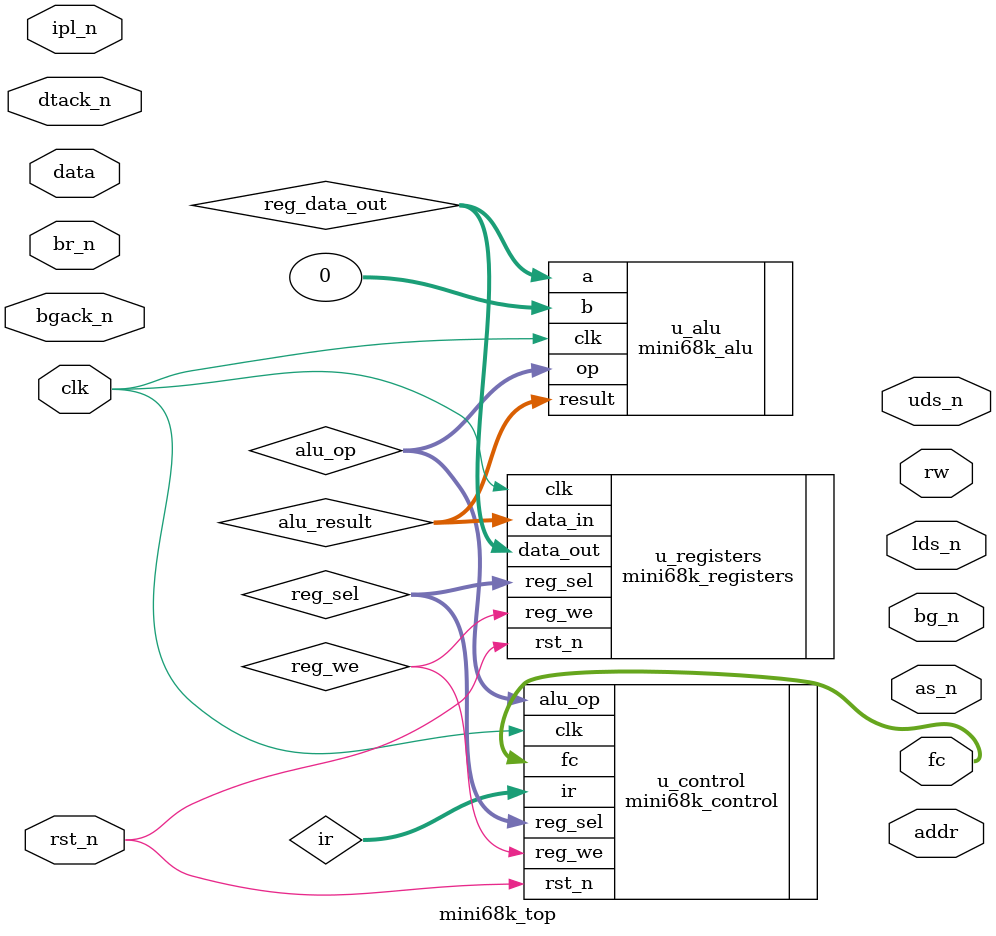
<source format=v>

module mini68k_top (
    input  wire        clk,
    input  wire        rst_n,

    // Memory interface
    output wire [23:0] addr,
    inout  wire [15:0] data,
    output wire        as_n,
    output wire        rw,
    output wire        uds_n,
    output wire        lds_n,
    input  wire        dtack_n,

    // Interrupts
    input  wire [2:0]  ipl_n,
    output wire [2:0]  fc,

    // Bus control
    input  wire        br_n,
    output wire        bg_n,
    input  wire        bgack_n
);

    // Internal buses
    wire [31:0] alu_result;
    wire [31:0] reg_data_out;
    wire [15:0] ir;
    wire [3:0]  alu_op;
    wire [2:0]  reg_sel;
    wire        reg_we;

    // Instantiate submodules
    mini68k_control u_control (
        .clk        (clk),
        .rst_n      (rst_n),
        .ir         (ir),
        .alu_op     (alu_op),
        .reg_sel    (reg_sel),
        .reg_we     (reg_we),
        .fc         (fc)
    );

    mini68k_registers u_registers (
        .clk        (clk),
        .rst_n      (rst_n),
        .reg_sel    (reg_sel),
        .reg_we     (reg_we),
        .data_in    (alu_result),
        .data_out   (reg_data_out)
    );

    mini68k_alu u_alu (
        .clk        (clk),
        .op         (alu_op),
        .a          (reg_data_out),
        .b          (32'h0),
        .result     (alu_result)
    );

endmodule

</source>
